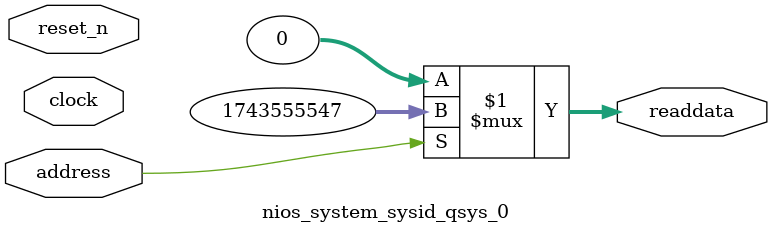
<source format=v>



// synthesis translate_off
`timescale 1ns / 1ps
// synthesis translate_on

// turn off superfluous verilog processor warnings 
// altera message_level Level1 
// altera message_off 10034 10035 10036 10037 10230 10240 10030 

module nios_system_sysid_qsys_0 (
               // inputs:
                address,
                clock,
                reset_n,

               // outputs:
                readdata
             )
;

  output  [ 31: 0] readdata;
  input            address;
  input            clock;
  input            reset_n;

  wire    [ 31: 0] readdata;
  //control_slave, which is an e_avalon_slave
  assign readdata = address ? 1743555547 : 0;

endmodule



</source>
